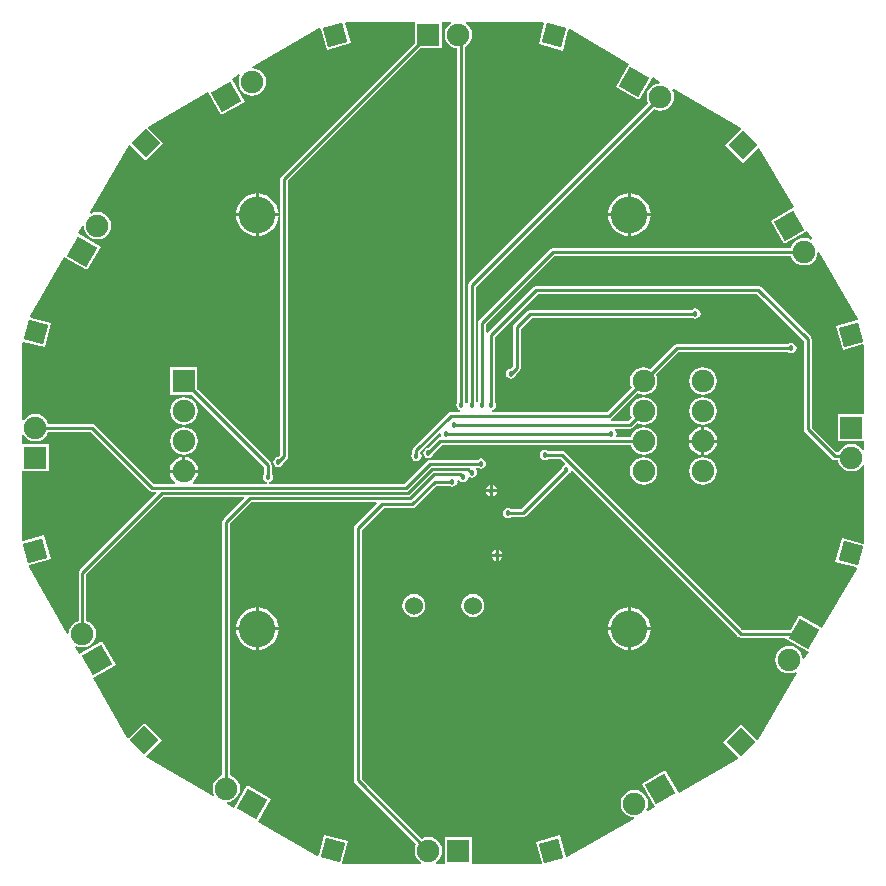
<source format=gbl>
G04*
G04 #@! TF.GenerationSoftware,Altium Limited,Altium Designer,20.2.4 (192)*
G04*
G04 Layer_Physical_Order=2*
G04 Layer_Color=16711680*
%FSLAX44Y44*%
%MOMM*%
G71*
G04*
G04 #@! TF.SameCoordinates,914F8371-8902-4B0D-8680-DBDBB12D949F*
G04*
G04*
G04 #@! TF.FilePolarity,Positive*
G04*
G01*
G75*
%ADD11C,0.2540*%
%ADD39C,1.9000*%
%ADD40P,2.6870X4X75.0*%
%ADD41P,2.6870X4X105.0*%
%ADD42R,1.9000X1.9000*%
%ADD43P,2.6870X4X165.0*%
%ADD44P,2.6870X4X195.0*%
%ADD45R,1.9000X1.9000*%
%ADD46C,1.5240*%
%ADD47P,2.4042X4X90.0*%
%ADD48P,2.4042X4X120.0*%
%ADD49P,2.4042X4X150.0*%
%ADD50P,2.4042X4X180.0*%
%ADD51P,2.4042X4X210.0*%
%ADD52P,2.4042X4X240.0*%
%ADD53C,1.9000*%
%ADD54O,1.9000X1.9000*%
%ADD55R,1.9000X1.9000*%
%ADD56C,3.1000*%
%ADD57C,0.4572*%
G36*
X963828Y1128683D02*
Y1110829D01*
X851059Y998061D01*
X850330Y996968D01*
X850073Y995680D01*
Y762124D01*
X847912Y759964D01*
X846675Y759717D01*
X845247Y758763D01*
X844293Y757335D01*
X843957Y755650D01*
X844293Y753965D01*
X845247Y752537D01*
X846675Y751582D01*
X848360Y751247D01*
X850045Y751582D01*
X851473Y752537D01*
X852428Y753965D01*
X852673Y755202D01*
X855821Y758349D01*
X856550Y759442D01*
X856807Y760730D01*
Y994286D01*
X968589Y1106068D01*
X986892D01*
Y1128683D01*
X994180D01*
X994605Y1127413D01*
X992535Y1125825D01*
X990687Y1123416D01*
X989525Y1120611D01*
X989128Y1117600D01*
X989525Y1114589D01*
X990687Y1111784D01*
X992535Y1109375D01*
X994944Y1107527D01*
X997749Y1106365D01*
X999545Y1106128D01*
Y806062D01*
X999232Y805595D01*
X998897Y803910D01*
X999232Y802225D01*
X1000187Y800797D01*
X1001615Y799843D01*
X1002550Y799657D01*
X1002424Y798387D01*
X994294D01*
X993006Y798130D01*
X991914Y797401D01*
X962819Y768306D01*
X962090Y767214D01*
X961833Y765926D01*
Y763464D01*
X961133Y762415D01*
X960797Y760730D01*
X961133Y759045D01*
X962087Y757617D01*
X963515Y756663D01*
X965200Y756327D01*
X966885Y756663D01*
X968313Y757617D01*
X969268Y759045D01*
X969603Y760730D01*
X969268Y762415D01*
X968567Y763464D01*
Y764531D01*
X984538Y780503D01*
X985709Y779877D01*
X985689Y779780D01*
X986004Y778197D01*
X985977Y777908D01*
X985322Y776861D01*
X984362Y776670D01*
X983269Y775941D01*
X974912Y767583D01*
X973675Y767337D01*
X972247Y766383D01*
X971292Y764955D01*
X970957Y763270D01*
X971292Y761585D01*
X972247Y760157D01*
X973675Y759202D01*
X975360Y758867D01*
X977045Y759202D01*
X978473Y760157D01*
X979427Y761585D01*
X979673Y762822D01*
X987045Y770193D01*
X1146683D01*
X1147697Y767744D01*
X1149545Y765335D01*
X1151954Y763487D01*
X1154760Y762325D01*
X1157770Y761928D01*
X1160781Y762325D01*
X1163586Y763487D01*
X1165995Y765335D01*
X1167843Y767744D01*
X1169005Y770549D01*
X1169402Y773560D01*
X1169005Y776571D01*
X1167843Y779376D01*
X1165995Y781785D01*
X1163586Y783633D01*
X1160781Y784795D01*
X1157770Y785191D01*
X1154760Y784795D01*
X1151954Y783633D01*
X1149545Y781785D01*
X1147697Y779376D01*
X1146683Y776927D01*
X1134934D01*
X1134416Y777895D01*
X1134388Y778197D01*
X1134703Y779780D01*
X1134368Y781465D01*
X1133500Y782763D01*
X1133649Y783357D01*
X1133993Y784033D01*
X1146210D01*
X1147498Y784290D01*
X1148591Y785019D01*
X1152311Y788739D01*
X1154760Y787725D01*
X1157770Y787328D01*
X1160781Y787725D01*
X1163586Y788887D01*
X1165995Y790735D01*
X1167843Y793144D01*
X1169005Y795949D01*
X1169402Y798960D01*
X1169005Y801971D01*
X1167843Y804776D01*
X1165995Y807185D01*
X1163586Y809033D01*
X1160781Y810195D01*
X1157770Y810592D01*
X1154760Y810195D01*
X1151954Y809033D01*
X1149545Y807185D01*
X1147697Y804776D01*
X1146535Y801971D01*
X1146139Y798960D01*
X1146535Y795949D01*
X1147549Y793501D01*
X1144816Y790767D01*
X1130120D01*
X1129959Y791226D01*
X1129909Y792037D01*
X1130811Y792639D01*
X1152311Y814139D01*
X1154760Y813125D01*
X1157770Y812729D01*
X1160781Y813125D01*
X1163586Y814287D01*
X1165995Y816135D01*
X1167843Y818544D01*
X1169005Y821349D01*
X1169402Y824360D01*
X1169005Y827371D01*
X1167991Y829819D01*
X1186975Y848803D01*
X1279966D01*
X1281015Y848102D01*
X1282700Y847767D01*
X1284385Y848102D01*
X1285813Y849057D01*
X1286767Y850485D01*
X1287103Y852170D01*
X1286767Y853855D01*
X1285813Y855283D01*
X1284385Y856237D01*
X1282700Y856573D01*
X1281015Y856237D01*
X1279966Y855537D01*
X1185580D01*
X1184292Y855280D01*
X1183199Y854551D01*
X1163230Y834581D01*
X1160781Y835595D01*
X1157770Y835992D01*
X1154760Y835595D01*
X1151954Y834433D01*
X1149545Y832585D01*
X1147697Y830176D01*
X1146535Y827371D01*
X1146139Y824360D01*
X1146535Y821349D01*
X1147549Y818901D01*
X1127036Y798387D01*
X1029068D01*
X1028942Y799657D01*
X1029877Y799843D01*
X1031305Y800797D01*
X1032260Y802225D01*
X1032595Y803910D01*
X1032260Y805595D01*
X1031559Y806644D01*
Y861697D01*
X1068195Y898333D01*
X1253365D01*
X1293303Y858395D01*
Y783590D01*
X1293560Y782302D01*
X1294289Y781209D01*
X1316931Y758567D01*
X1318024Y757838D01*
X1319312Y757581D01*
X1322116D01*
X1322265Y756450D01*
X1323427Y753644D01*
X1325275Y751235D01*
X1327684Y749387D01*
X1330490Y748225D01*
X1333500Y747829D01*
X1336510Y748225D01*
X1339316Y749387D01*
X1341725Y751235D01*
X1343313Y753305D01*
X1344583Y752880D01*
X1344583Y687456D01*
X1343576Y686683D01*
X1325493Y691528D01*
X1320041Y671182D01*
X1337564Y666487D01*
X1338050Y665313D01*
X1308934Y614884D01*
X1289349Y626191D01*
X1282198Y613805D01*
X1241346D01*
X1091028Y764123D01*
X1089936Y764853D01*
X1088648Y765109D01*
X1076739D01*
X1075690Y765810D01*
X1074005Y766145D01*
X1072320Y765810D01*
X1070892Y764856D01*
X1069938Y763427D01*
X1069603Y761742D01*
X1069938Y760058D01*
X1070892Y758629D01*
X1072320Y757675D01*
X1074005Y757340D01*
X1075690Y757675D01*
X1076739Y758376D01*
X1087253D01*
X1090900Y754728D01*
X1090672Y753483D01*
X1090485Y753347D01*
X1089087Y752413D01*
X1088132Y750985D01*
X1087887Y749748D01*
X1053976Y715837D01*
X1045404D01*
X1044355Y716537D01*
X1042670Y716873D01*
X1040985Y716537D01*
X1039557Y715583D01*
X1038603Y714155D01*
X1038267Y712470D01*
X1038603Y710785D01*
X1039557Y709357D01*
X1040985Y708402D01*
X1042670Y708067D01*
X1044355Y708402D01*
X1045404Y709103D01*
X1055370D01*
X1056658Y709360D01*
X1057751Y710089D01*
X1092648Y744986D01*
X1093885Y745232D01*
X1095313Y746187D01*
X1096247Y747585D01*
X1096383Y747772D01*
X1097628Y748000D01*
X1237571Y608058D01*
X1238663Y607328D01*
X1239951Y607072D01*
X1277324D01*
X1277817Y606217D01*
Y606217D01*
X1297402Y594910D01*
X1293758Y588598D01*
X1292446Y588865D01*
X1292105Y591452D01*
X1290943Y594257D01*
X1289095Y596666D01*
X1286686Y598515D01*
X1283880Y599677D01*
X1280870Y600073D01*
X1277859Y599677D01*
X1275054Y598515D01*
X1272645Y596666D01*
X1270797Y594257D01*
X1269635Y591452D01*
X1269238Y588441D01*
X1269635Y585431D01*
X1270797Y582626D01*
X1272645Y580217D01*
X1275054Y578368D01*
X1277859Y577206D01*
X1280870Y576810D01*
X1283880Y577206D01*
X1286291Y578205D01*
X1287178Y577201D01*
X1254466Y520543D01*
X1253207Y520377D01*
X1239969Y533615D01*
X1225075Y518720D01*
X1237903Y505892D01*
X1237737Y504633D01*
X1187307Y475518D01*
X1176000Y495103D01*
X1156025Y483571D01*
X1167333Y463986D01*
X1161021Y460342D01*
X1160018Y461229D01*
X1161017Y463640D01*
X1161413Y466650D01*
X1161017Y469661D01*
X1159855Y472466D01*
X1158006Y474875D01*
X1155597Y476723D01*
X1152792Y477885D01*
X1149781Y478282D01*
X1146771Y477885D01*
X1143966Y476723D01*
X1141557Y474875D01*
X1139708Y472466D01*
X1138546Y469661D01*
X1138150Y466650D01*
X1138546Y463640D01*
X1139708Y460834D01*
X1141557Y458425D01*
X1143966Y456577D01*
X1146771Y455415D01*
X1149358Y455074D01*
X1149625Y453762D01*
X1092966Y421050D01*
X1091793Y421536D01*
X1086947Y439619D01*
X1066601Y434167D01*
X1071296Y416644D01*
X1070523Y415637D01*
X1012292Y415637D01*
Y438252D01*
X989228D01*
Y415637D01*
X981940D01*
X981515Y416907D01*
X983585Y418495D01*
X985433Y420904D01*
X986595Y423709D01*
X986992Y426720D01*
X986595Y429730D01*
X985433Y432536D01*
X983585Y434945D01*
X981176Y436793D01*
X978370Y437955D01*
X975360Y438352D01*
X972349Y437955D01*
X969901Y436941D01*
X919037Y487804D01*
Y698375D01*
X937638Y716977D01*
X961876D01*
X963164Y717234D01*
X964256Y717963D01*
X982066Y735773D01*
X992946D01*
X993995Y735072D01*
X995680Y734737D01*
X997365Y735072D01*
X998793Y736027D01*
X999747Y737455D01*
X1000083Y739140D01*
X999950Y739806D01*
X1001146Y740302D01*
X1001457Y739837D01*
X1002885Y738883D01*
X1004570Y738547D01*
X1006255Y738883D01*
X1007683Y739837D01*
X1008637Y741265D01*
X1008839Y742278D01*
X1010176Y742912D01*
X1010505Y742692D01*
X1012190Y742357D01*
X1013875Y742692D01*
X1015303Y743647D01*
X1016257Y745075D01*
X1016593Y746760D01*
X1016257Y748445D01*
X1015390Y749743D01*
X1015539Y750337D01*
X1015883Y751013D01*
X1017076D01*
X1018125Y750312D01*
X1019810Y749977D01*
X1021495Y750312D01*
X1022923Y751267D01*
X1023877Y752695D01*
X1024213Y754380D01*
X1023877Y756065D01*
X1022923Y757493D01*
X1021495Y758447D01*
X1019810Y758783D01*
X1018125Y758447D01*
X1017076Y757747D01*
X976514D01*
X975226Y757490D01*
X974134Y756761D01*
X954800Y737427D01*
X840345D01*
X840220Y738697D01*
X841155Y738883D01*
X842583Y739837D01*
X843538Y741265D01*
X843873Y742950D01*
X843538Y744635D01*
X842837Y745684D01*
Y753240D01*
X842580Y754528D01*
X841851Y755621D01*
X779882Y817589D01*
Y835892D01*
X756818D01*
Y812828D01*
X775121D01*
X836103Y751845D01*
Y745684D01*
X835403Y744635D01*
X835067Y742950D01*
X835403Y741265D01*
X836357Y739837D01*
X837785Y738883D01*
X838720Y738697D01*
X838595Y737427D01*
X776226D01*
X775795Y738697D01*
X776937Y739573D01*
X778867Y742088D01*
X780080Y745017D01*
X780327Y746890D01*
X768350D01*
X756373D01*
X756620Y745017D01*
X757833Y742088D01*
X759763Y739573D01*
X760905Y738697D01*
X760474Y737427D01*
X742762D01*
X692948Y787241D01*
X691855Y787970D01*
X690567Y788227D01*
X653708D01*
X652693Y790676D01*
X650845Y793085D01*
X648436Y794933D01*
X645630Y796095D01*
X642620Y796491D01*
X639609Y796095D01*
X636804Y794933D01*
X634395Y793085D01*
X632807Y791015D01*
X631537Y791440D01*
X631537Y856864D01*
X632544Y857637D01*
X650627Y852792D01*
X656079Y873138D01*
X638556Y877833D01*
X638070Y879007D01*
X667186Y929436D01*
X686771Y918129D01*
X698303Y938102D01*
X678718Y949410D01*
X682362Y955722D01*
X683674Y955455D01*
X684015Y952868D01*
X685177Y950063D01*
X687026Y947654D01*
X689434Y945805D01*
X692240Y944643D01*
X695250Y944247D01*
X698261Y944643D01*
X701066Y945805D01*
X703475Y947654D01*
X705323Y950063D01*
X706485Y952868D01*
X706882Y955879D01*
X706485Y958889D01*
X705323Y961694D01*
X703475Y964103D01*
X701066Y965952D01*
X698261Y967114D01*
X695250Y967510D01*
X692240Y967114D01*
X689829Y966115D01*
X688942Y967119D01*
X721654Y1023777D01*
X722913Y1023943D01*
X736151Y1010705D01*
X751045Y1025600D01*
X738217Y1038428D01*
X738383Y1039687D01*
X788813Y1068802D01*
X800120Y1049217D01*
X820095Y1060749D01*
X808787Y1080334D01*
X815099Y1083978D01*
X816102Y1083091D01*
X815103Y1080680D01*
X814707Y1077670D01*
X815103Y1074659D01*
X816265Y1071854D01*
X818114Y1069445D01*
X820523Y1067597D01*
X823328Y1066435D01*
X826339Y1066038D01*
X829349Y1066435D01*
X832154Y1067597D01*
X834563Y1069445D01*
X836412Y1071854D01*
X837574Y1074659D01*
X837970Y1077670D01*
X837574Y1080680D01*
X836412Y1083486D01*
X834563Y1085895D01*
X832154Y1087743D01*
X829349Y1088905D01*
X826762Y1089246D01*
X826495Y1090558D01*
X883154Y1123270D01*
X884327Y1122784D01*
X889173Y1104701D01*
X909519Y1110153D01*
X904824Y1127676D01*
X905597Y1128683D01*
X963828Y1128683D01*
D02*
G37*
G36*
X1239677Y1038566D02*
X1239843Y1037307D01*
X1226605Y1024069D01*
X1241500Y1009175D01*
X1254327Y1022002D01*
X1255587Y1021837D01*
X1284702Y971407D01*
X1265117Y960099D01*
X1276649Y940126D01*
X1296234Y951433D01*
X1299878Y945121D01*
X1298991Y944118D01*
X1296580Y945117D01*
X1293570Y945513D01*
X1290559Y945117D01*
X1287754Y943955D01*
X1285345Y942106D01*
X1283497Y939697D01*
X1282482Y937248D01*
X1081201D01*
X1079913Y936992D01*
X1078821Y936262D01*
X1018558Y875999D01*
X1017828Y874907D01*
X1017572Y873619D01*
Y807251D01*
X1016646Y806827D01*
X1016184Y806849D01*
X1015557Y807483D01*
Y903987D01*
X1166319Y1054749D01*
X1168768Y1053735D01*
X1171778Y1053338D01*
X1174789Y1053735D01*
X1177594Y1054897D01*
X1180003Y1056745D01*
X1181852Y1059154D01*
X1183014Y1061959D01*
X1183410Y1064970D01*
X1183014Y1067980D01*
X1182015Y1070391D01*
X1183018Y1071278D01*
X1239677Y1038566D01*
D02*
G37*
G36*
X1339170Y877066D02*
X1338684Y875892D01*
X1320601Y871047D01*
X1326053Y850701D01*
X1343576Y855396D01*
X1344583Y854623D01*
X1344583Y796392D01*
X1321968D01*
Y773328D01*
X1344583D01*
Y766040D01*
X1343313Y765615D01*
X1341725Y767685D01*
X1339316Y769533D01*
X1336510Y770695D01*
X1333500Y771092D01*
X1330490Y770695D01*
X1327684Y769533D01*
X1325275Y767685D01*
X1323427Y765276D01*
X1323029Y764315D01*
X1320707D01*
X1300037Y784985D01*
Y859790D01*
X1299780Y861078D01*
X1299051Y862171D01*
X1257141Y904081D01*
X1256048Y904810D01*
X1254760Y905067D01*
X1066800D01*
X1065512Y904810D01*
X1064419Y904081D01*
X1025811Y865473D01*
X1025575Y865119D01*
X1024305Y865505D01*
Y872224D01*
X1082596Y930515D01*
X1282482D01*
X1283497Y928066D01*
X1285345Y925657D01*
X1287754Y923808D01*
X1290559Y922646D01*
X1293570Y922250D01*
X1296580Y922646D01*
X1299386Y923808D01*
X1301795Y925657D01*
X1303643Y928066D01*
X1304805Y930871D01*
X1305146Y933458D01*
X1306458Y933725D01*
X1339170Y877066D01*
D02*
G37*
G36*
X1072764Y1128683D02*
X1073537Y1127676D01*
X1068692Y1109593D01*
X1089038Y1104141D01*
X1093733Y1121664D01*
X1094906Y1122150D01*
X1145336Y1093034D01*
X1134028Y1073449D01*
X1154003Y1061917D01*
X1165310Y1081502D01*
X1171622Y1077858D01*
X1171355Y1076545D01*
X1168768Y1076205D01*
X1165963Y1075043D01*
X1163554Y1073195D01*
X1161705Y1070786D01*
X1160543Y1067980D01*
X1160147Y1064970D01*
X1160543Y1061959D01*
X1161558Y1059510D01*
X1009809Y907762D01*
X1009080Y906670D01*
X1008823Y905381D01*
Y806644D01*
X1008463Y806104D01*
X1007027D01*
X1006413Y807023D01*
X1006278Y807113D01*
Y1107403D01*
X1006576Y1107527D01*
X1008985Y1109375D01*
X1010833Y1111784D01*
X1011995Y1114589D01*
X1012392Y1117600D01*
X1011995Y1120611D01*
X1010833Y1123416D01*
X1008985Y1125825D01*
X1006915Y1127413D01*
X1007340Y1128683D01*
X1072764Y1128683D01*
D02*
G37*
G36*
X738987Y731679D02*
X740079Y730950D01*
X741367Y730693D01*
X744619D01*
X745105Y729520D01*
X680170Y664584D01*
X679440Y663492D01*
X679184Y662204D01*
Y621526D01*
X676734Y620512D01*
X674325Y618663D01*
X672477Y616254D01*
X671315Y613449D01*
X670974Y610862D01*
X669662Y610595D01*
X636950Y667254D01*
X637436Y668428D01*
X655519Y673273D01*
X650067Y693619D01*
X632544Y688924D01*
X631537Y689697D01*
X631537Y747928D01*
X654152D01*
Y770992D01*
X631537D01*
Y778280D01*
X632807Y778705D01*
X634395Y776635D01*
X636804Y774787D01*
X639609Y773625D01*
X642620Y773229D01*
X645630Y773625D01*
X648436Y774787D01*
X650845Y776635D01*
X652693Y779044D01*
X653708Y781493D01*
X689173D01*
X738987Y731679D01*
D02*
G37*
G36*
X819501Y724948D02*
X801961Y707408D01*
X801231Y706316D01*
X800975Y705027D01*
Y490438D01*
X798526Y489423D01*
X796117Y487575D01*
X794268Y485166D01*
X793106Y482361D01*
X792710Y479350D01*
X793106Y476340D01*
X794105Y473929D01*
X793102Y473042D01*
X736443Y505754D01*
X736277Y507013D01*
X749515Y520251D01*
X734620Y535145D01*
X721793Y522318D01*
X720533Y522483D01*
X691418Y572913D01*
X711003Y584221D01*
X699471Y604194D01*
X679886Y592887D01*
X676242Y599199D01*
X677129Y600202D01*
X679540Y599203D01*
X682550Y598807D01*
X685561Y599203D01*
X688366Y600365D01*
X690775Y602214D01*
X692623Y604623D01*
X693785Y607428D01*
X694182Y610439D01*
X693785Y613449D01*
X692623Y616254D01*
X690775Y618663D01*
X688366Y620512D01*
X685917Y621526D01*
Y660809D01*
X751229Y726121D01*
X819015D01*
X819501Y724948D01*
D02*
G37*
G36*
X931515Y720376D02*
X913289Y702151D01*
X912560Y701058D01*
X912303Y699770D01*
Y486410D01*
X912560Y485122D01*
X913289Y484029D01*
X965139Y432179D01*
X964125Y429730D01*
X963728Y426720D01*
X964125Y423709D01*
X965287Y420904D01*
X967135Y418495D01*
X969205Y416907D01*
X968780Y415637D01*
X903356Y415637D01*
X902583Y416644D01*
X907428Y434727D01*
X887082Y440179D01*
X882387Y422656D01*
X881214Y422170D01*
X830784Y451286D01*
X842092Y470871D01*
X822117Y482403D01*
X810810Y462818D01*
X804498Y466462D01*
X804765Y467775D01*
X807352Y468115D01*
X810157Y469277D01*
X812566Y471125D01*
X814415Y473535D01*
X815577Y476340D01*
X815973Y479350D01*
X815577Y482361D01*
X814415Y485166D01*
X812566Y487575D01*
X810157Y489423D01*
X807708Y490438D01*
Y703633D01*
X825624Y721549D01*
X931029D01*
X931515Y720376D01*
D02*
G37*
%LPC*%
G36*
X831850Y983202D02*
Y966470D01*
X848582D01*
X848359Y968736D01*
X847327Y972137D01*
X845652Y975271D01*
X843398Y978018D01*
X840651Y980272D01*
X837517Y981947D01*
X834117Y982979D01*
X831850Y983202D01*
D02*
G37*
G36*
X829310D02*
X827044Y982979D01*
X823643Y981947D01*
X820509Y980272D01*
X817762Y978018D01*
X815508Y975271D01*
X813833Y972137D01*
X812801Y968736D01*
X812578Y966470D01*
X829310D01*
Y983202D01*
D02*
G37*
G36*
X848582Y963930D02*
X831850D01*
Y947198D01*
X834117Y947421D01*
X837517Y948453D01*
X840651Y950128D01*
X843398Y952382D01*
X845652Y955129D01*
X847327Y958263D01*
X848359Y961664D01*
X848582Y963930D01*
D02*
G37*
G36*
X829310D02*
X812578D01*
X812801Y961664D01*
X813833Y958263D01*
X815508Y955129D01*
X817762Y952382D01*
X820509Y950128D01*
X823643Y948453D01*
X827044Y947421D01*
X829310Y947198D01*
Y963930D01*
D02*
G37*
G36*
X1201420Y885783D02*
X1199735Y885447D01*
X1198686Y884747D01*
X1061720D01*
X1060432Y884490D01*
X1059339Y883761D01*
X1047909Y872331D01*
X1047180Y871238D01*
X1046923Y869950D01*
Y837055D01*
X1044762Y834893D01*
X1043525Y834648D01*
X1042097Y833693D01*
X1041143Y832265D01*
X1040807Y830580D01*
X1041143Y828895D01*
X1042097Y827467D01*
X1043525Y826513D01*
X1045210Y826177D01*
X1046895Y826513D01*
X1048323Y827467D01*
X1049277Y828895D01*
X1049523Y830132D01*
X1052671Y833279D01*
X1053400Y834372D01*
X1053657Y835660D01*
Y868556D01*
X1063114Y878013D01*
X1198686D01*
X1199735Y877312D01*
X1201420Y876977D01*
X1203105Y877312D01*
X1204533Y878267D01*
X1205488Y879695D01*
X1205823Y881380D01*
X1205488Y883065D01*
X1204533Y884493D01*
X1203105Y885447D01*
X1201420Y885783D01*
D02*
G37*
G36*
X1207770Y835992D02*
X1204760Y835595D01*
X1201954Y834433D01*
X1199545Y832585D01*
X1197697Y830176D01*
X1196535Y827371D01*
X1196139Y824360D01*
X1196535Y821349D01*
X1197697Y818544D01*
X1199545Y816135D01*
X1201954Y814287D01*
X1204760Y813125D01*
X1207770Y812729D01*
X1210780Y813125D01*
X1213586Y814287D01*
X1215995Y816135D01*
X1217843Y818544D01*
X1219005Y821349D01*
X1219401Y824360D01*
X1219005Y827371D01*
X1217843Y830176D01*
X1215995Y832585D01*
X1213586Y834433D01*
X1210780Y835595D01*
X1207770Y835992D01*
D02*
G37*
G36*
Y810592D02*
X1204760Y810195D01*
X1201954Y809033D01*
X1199545Y807185D01*
X1197697Y804776D01*
X1196535Y801971D01*
X1196139Y798960D01*
X1196535Y795949D01*
X1197697Y793144D01*
X1199545Y790735D01*
X1201954Y788887D01*
X1204760Y787725D01*
X1207770Y787328D01*
X1210780Y787725D01*
X1213586Y788887D01*
X1215995Y790735D01*
X1217843Y793144D01*
X1219005Y795949D01*
X1219401Y798960D01*
X1219005Y801971D01*
X1217843Y804776D01*
X1215995Y807185D01*
X1213586Y809033D01*
X1210780Y810195D01*
X1207770Y810592D01*
D02*
G37*
G36*
X768350D02*
X765340Y810195D01*
X762534Y809033D01*
X760125Y807185D01*
X758277Y804776D01*
X757115Y801971D01*
X756719Y798960D01*
X757115Y795949D01*
X758277Y793144D01*
X760125Y790735D01*
X762534Y788887D01*
X765340Y787725D01*
X768350Y787328D01*
X771360Y787725D01*
X774166Y788887D01*
X776575Y790735D01*
X778423Y793144D01*
X779585Y795949D01*
X779982Y798960D01*
X779585Y801971D01*
X778423Y804776D01*
X776575Y807185D01*
X774166Y809033D01*
X771360Y810195D01*
X768350Y810592D01*
D02*
G37*
G36*
X1209040Y785537D02*
Y774830D01*
X1219747D01*
X1219500Y776703D01*
X1218287Y779632D01*
X1216357Y782147D01*
X1213842Y784077D01*
X1210913Y785290D01*
X1209040Y785537D01*
D02*
G37*
G36*
X1206500D02*
X1204627Y785290D01*
X1201698Y784077D01*
X1199183Y782147D01*
X1197253Y779632D01*
X1196040Y776703D01*
X1195793Y774830D01*
X1206500D01*
Y785537D01*
D02*
G37*
G36*
X768350Y785191D02*
X765340Y784795D01*
X762534Y783633D01*
X760125Y781785D01*
X758277Y779376D01*
X757115Y776571D01*
X756719Y773560D01*
X757115Y770549D01*
X758277Y767744D01*
X760125Y765335D01*
X762534Y763487D01*
X765340Y762325D01*
X768350Y761928D01*
X771360Y762325D01*
X774166Y763487D01*
X776575Y765335D01*
X778423Y767744D01*
X779585Y770549D01*
X779982Y773560D01*
X779585Y776571D01*
X778423Y779376D01*
X776575Y781785D01*
X774166Y783633D01*
X771360Y784795D01*
X768350Y785191D01*
D02*
G37*
G36*
X1219747Y772290D02*
X1209040D01*
Y761583D01*
X1210913Y761830D01*
X1213842Y763043D01*
X1216357Y764973D01*
X1218287Y767488D01*
X1219500Y770417D01*
X1219747Y772290D01*
D02*
G37*
G36*
X1206500D02*
X1195793D01*
X1196040Y770417D01*
X1197253Y767488D01*
X1199183Y764973D01*
X1201698Y763043D01*
X1204627Y761830D01*
X1206500Y761583D01*
Y772290D01*
D02*
G37*
G36*
X769620Y760137D02*
Y749430D01*
X780327D01*
X780080Y751303D01*
X778867Y754232D01*
X776937Y756747D01*
X774422Y758677D01*
X771493Y759890D01*
X769620Y760137D01*
D02*
G37*
G36*
X767080D02*
X765207Y759890D01*
X762278Y758677D01*
X759763Y756747D01*
X757833Y754232D01*
X756620Y751303D01*
X756373Y749430D01*
X767080D01*
Y760137D01*
D02*
G37*
G36*
X1207770Y759791D02*
X1204760Y759395D01*
X1201954Y758233D01*
X1199545Y756385D01*
X1197697Y753976D01*
X1196535Y751171D01*
X1196139Y748160D01*
X1196535Y745150D01*
X1197697Y742344D01*
X1199545Y739935D01*
X1201954Y738087D01*
X1204760Y736925D01*
X1207770Y736528D01*
X1210780Y736925D01*
X1213586Y738087D01*
X1215995Y739935D01*
X1217843Y742344D01*
X1219005Y745150D01*
X1219401Y748160D01*
X1219005Y751171D01*
X1217843Y753976D01*
X1215995Y756385D01*
X1213586Y758233D01*
X1210780Y759395D01*
X1207770Y759791D01*
D02*
G37*
G36*
X1157770D02*
X1154760Y759395D01*
X1151954Y758233D01*
X1149545Y756385D01*
X1147697Y753976D01*
X1146535Y751171D01*
X1146139Y748160D01*
X1146535Y745150D01*
X1147697Y742344D01*
X1149545Y739935D01*
X1151954Y738087D01*
X1154760Y736925D01*
X1157770Y736528D01*
X1160781Y736925D01*
X1163586Y738087D01*
X1165995Y739935D01*
X1167843Y742344D01*
X1169005Y745150D01*
X1169402Y748160D01*
X1169005Y751171D01*
X1167843Y753976D01*
X1165995Y756385D01*
X1163586Y758233D01*
X1160781Y759395D01*
X1157770Y759791D01*
D02*
G37*
G36*
X1029970Y736188D02*
Y732790D01*
X1033368D01*
X1033246Y733403D01*
X1032179Y734999D01*
X1030583Y736066D01*
X1029970Y736188D01*
D02*
G37*
G36*
X1027430D02*
X1026817Y736066D01*
X1025221Y734999D01*
X1024154Y733403D01*
X1024032Y732790D01*
X1027430D01*
Y736188D01*
D02*
G37*
G36*
X1033368Y730250D02*
X1029970D01*
Y726852D01*
X1030583Y726974D01*
X1032179Y728041D01*
X1033246Y729637D01*
X1033368Y730250D01*
D02*
G37*
G36*
X1027430D02*
X1024032D01*
X1024154Y729637D01*
X1025221Y728041D01*
X1026817Y726974D01*
X1027430Y726852D01*
Y730250D01*
D02*
G37*
G36*
X1034890Y681578D02*
Y678180D01*
X1038288D01*
X1038166Y678793D01*
X1037099Y680389D01*
X1035503Y681456D01*
X1034890Y681578D01*
D02*
G37*
G36*
X1032350D02*
X1031737Y681456D01*
X1030141Y680389D01*
X1029074Y678793D01*
X1028952Y678180D01*
X1032350D01*
Y681578D01*
D02*
G37*
G36*
X1038288Y675640D02*
X1034890D01*
Y672242D01*
X1035503Y672364D01*
X1037099Y673431D01*
X1038166Y675027D01*
X1038288Y675640D01*
D02*
G37*
G36*
X1032350D02*
X1028952D01*
X1029074Y675027D01*
X1030141Y673431D01*
X1031737Y672364D01*
X1032350Y672242D01*
Y675640D01*
D02*
G37*
G36*
X1013060Y644021D02*
X1010540Y643689D01*
X1008192Y642717D01*
X1006176Y641170D01*
X1004629Y639153D01*
X1003656Y636805D01*
X1003325Y634286D01*
X1003656Y631766D01*
X1004629Y629418D01*
X1006176Y627402D01*
X1008192Y625855D01*
X1010540Y624882D01*
X1013060Y624550D01*
X1015580Y624882D01*
X1017928Y625855D01*
X1019944Y627402D01*
X1021491Y629418D01*
X1022464Y631766D01*
X1022795Y634286D01*
X1022464Y636805D01*
X1021491Y639153D01*
X1019944Y641170D01*
X1017928Y642717D01*
X1015580Y643689D01*
X1013060Y644021D01*
D02*
G37*
G36*
X963060D02*
X960540Y643689D01*
X958192Y642717D01*
X956176Y641170D01*
X954629Y639153D01*
X953656Y636805D01*
X953325Y634286D01*
X953656Y631766D01*
X954629Y629418D01*
X956176Y627402D01*
X958192Y625855D01*
X960540Y624882D01*
X963060Y624550D01*
X965580Y624882D01*
X967928Y625855D01*
X969944Y627402D01*
X971491Y629418D01*
X972464Y631766D01*
X972795Y634286D01*
X972464Y636805D01*
X971491Y639153D01*
X969944Y641170D01*
X967928Y642717D01*
X965580Y643689D01*
X963060Y644021D01*
D02*
G37*
G36*
X1146810Y632682D02*
Y615950D01*
X1163542D01*
X1163319Y618217D01*
X1162287Y621617D01*
X1160612Y624751D01*
X1158358Y627498D01*
X1155611Y629752D01*
X1152477Y631427D01*
X1149077Y632459D01*
X1146810Y632682D01*
D02*
G37*
G36*
X1144270D02*
X1142003Y632459D01*
X1138603Y631427D01*
X1135469Y629752D01*
X1132722Y627498D01*
X1130468Y624751D01*
X1128793Y621617D01*
X1127761Y618217D01*
X1127538Y615950D01*
X1144270D01*
Y632682D01*
D02*
G37*
G36*
X1163542Y613410D02*
X1146810D01*
Y596678D01*
X1149077Y596901D01*
X1152477Y597933D01*
X1155611Y599608D01*
X1158358Y601862D01*
X1160612Y604609D01*
X1162287Y607743D01*
X1163319Y611143D01*
X1163542Y613410D01*
D02*
G37*
G36*
X1144270D02*
X1127538D01*
X1127761Y611143D01*
X1128793Y607743D01*
X1130468Y604609D01*
X1132722Y601862D01*
X1135469Y599608D01*
X1138603Y597933D01*
X1142003Y596901D01*
X1144270Y596678D01*
Y613410D01*
D02*
G37*
G36*
X1146810Y983202D02*
Y966470D01*
X1163542D01*
X1163319Y968736D01*
X1162287Y972137D01*
X1160612Y975271D01*
X1158358Y978018D01*
X1155611Y980272D01*
X1152477Y981947D01*
X1149077Y982979D01*
X1146810Y983202D01*
D02*
G37*
G36*
X1144270D02*
X1142003Y982979D01*
X1138603Y981947D01*
X1135469Y980272D01*
X1132722Y978018D01*
X1130468Y975271D01*
X1128793Y972137D01*
X1127761Y968736D01*
X1127538Y966470D01*
X1144270D01*
Y983202D01*
D02*
G37*
G36*
X1163542Y963930D02*
X1146810D01*
Y947198D01*
X1149077Y947421D01*
X1152477Y948453D01*
X1155611Y950128D01*
X1158358Y952382D01*
X1160612Y955129D01*
X1162287Y958263D01*
X1163319Y961664D01*
X1163542Y963930D01*
D02*
G37*
G36*
X1144270D02*
X1127538D01*
X1127761Y961664D01*
X1128793Y958263D01*
X1130468Y955129D01*
X1132722Y952382D01*
X1135469Y950128D01*
X1138603Y948453D01*
X1142003Y947421D01*
X1144270Y947198D01*
Y963930D01*
D02*
G37*
G36*
X831850Y632682D02*
Y615950D01*
X848582D01*
X848359Y618217D01*
X847327Y621617D01*
X845652Y624751D01*
X843398Y627498D01*
X840651Y629752D01*
X837517Y631427D01*
X834117Y632459D01*
X831850Y632682D01*
D02*
G37*
G36*
X829310D02*
X827044Y632459D01*
X823643Y631427D01*
X820509Y629752D01*
X817762Y627498D01*
X815508Y624751D01*
X813833Y621617D01*
X812801Y618217D01*
X812578Y615950D01*
X829310D01*
Y632682D01*
D02*
G37*
G36*
X848582Y613410D02*
X831850D01*
Y596678D01*
X834117Y596901D01*
X837517Y597933D01*
X840651Y599608D01*
X843398Y601862D01*
X845652Y604609D01*
X847327Y607743D01*
X848359Y611143D01*
X848582Y613410D01*
D02*
G37*
G36*
X829310D02*
X812578D01*
X812801Y611143D01*
X813833Y607743D01*
X815508Y604609D01*
X817762Y601862D01*
X820509Y599608D01*
X823643Y597933D01*
X827044Y596901D01*
X829310Y596678D01*
Y613410D01*
D02*
G37*
%LPD*%
D11*
X848360Y755650D02*
X853440Y760730D01*
Y995680D01*
X975360Y1117600D01*
X985650Y773560D02*
X1157770D01*
X975360Y763270D02*
X985650Y773560D01*
X1088648Y761742D02*
X1239951Y610438D01*
X1074005Y761742D02*
X1088648D01*
X1239951Y610438D02*
X1293570D01*
X839470Y742950D02*
Y753240D01*
X1055370Y712470D02*
X1092200Y749300D01*
X1042670Y712470D02*
X1055370D01*
X1020939Y873619D02*
X1081201Y933881D01*
X1020939Y804051D02*
Y873619D01*
X1028192Y803910D02*
Y863092D01*
X1066800Y901700D01*
X1045210Y830580D02*
X1050290Y835660D01*
Y869950D01*
X1061720Y881380D02*
X1201420D01*
X1050290Y869950D02*
X1061720Y881380D01*
X1157770Y824360D02*
X1185580Y852170D01*
X1282700D01*
X1296670Y783590D02*
Y859790D01*
X1319312Y760948D02*
X1332012D01*
X1296670Y783590D02*
X1319312Y760948D01*
X1332012D02*
X1333500Y759460D01*
X1066800Y901700D02*
X1254760D01*
X1296670Y859790D01*
X1002911Y804299D02*
Y1115449D01*
X1012190Y803910D02*
Y905381D01*
X1000760Y1117600D02*
X1002911Y1115449D01*
Y804299D02*
X1003300Y803910D01*
X1012190Y905381D02*
X1171779Y1064970D01*
X990092Y779780D02*
X1130300D01*
X996950Y787400D02*
X1146210D01*
X1128430Y795020D02*
X1157770Y824360D01*
X1146210Y787400D02*
X1157770Y798960D01*
X994294Y795020D02*
X1128430D01*
X965200Y765926D02*
X994294Y795020D01*
X1081201Y933881D02*
X1293570D01*
X965200Y760730D02*
Y765926D01*
X768350Y824360D02*
X839470Y753240D01*
X956194Y734060D02*
X976514Y754380D01*
X978408Y749808D02*
X1008592D01*
X961876Y720344D02*
X980671Y739140D01*
X995680D01*
X959982Y724916D02*
X980302Y745236D01*
X1004316Y742950D02*
X1004570D01*
X958088Y729488D02*
X978408Y749808D01*
X980302Y745236D02*
X1002030D01*
X1004316Y742950D01*
X976514Y754380D02*
X1019810D01*
X936244Y720344D02*
X961876D01*
X915670Y699770D02*
X936244Y720344D01*
X804341Y705027D02*
X824230Y724916D01*
X959982D01*
X741367Y734060D02*
X956194D01*
X690567Y784860D02*
X741367Y734060D01*
X682550Y662204D02*
X749835Y729488D01*
X958088D01*
X915670Y486410D02*
X975360Y426720D01*
X915670Y486410D02*
Y699770D01*
X1011640Y746760D02*
X1012190D01*
X1008592Y749808D02*
X1011640Y746760D01*
X804341Y479350D02*
Y705027D01*
X682550Y610439D02*
Y662204D01*
X642620Y784860D02*
X690567D01*
D39*
X826339Y1077670D02*
D03*
X695250Y955879D02*
D03*
X642620Y784860D02*
D03*
X682550Y610439D02*
D03*
X804341Y479350D02*
D03*
X975360Y426720D02*
D03*
X1149781Y466650D02*
D03*
X1280870Y588441D02*
D03*
X1333500Y759460D02*
D03*
X1293570Y933881D02*
D03*
X1171779Y1064970D02*
D03*
X1000760Y1117600D02*
D03*
X1207770Y798960D02*
D03*
Y824360D02*
D03*
X1157770Y798960D02*
D03*
Y824360D02*
D03*
Y773560D02*
D03*
Y748160D02*
D03*
X1207770Y773560D02*
D03*
Y748160D02*
D03*
D40*
X804342Y1064970D02*
D03*
X1171778Y479350D02*
D03*
D41*
X682550Y933882D02*
D03*
X1293570Y610438D02*
D03*
D42*
X642620Y759460D02*
D03*
X1333500Y784860D02*
D03*
D43*
X695250Y588442D02*
D03*
X1280870Y955879D02*
D03*
D44*
X826339Y466650D02*
D03*
X1149781Y1077670D02*
D03*
D45*
X1000760Y426720D02*
D03*
X975360Y1117600D02*
D03*
D46*
X1013060Y634286D02*
D03*
X963060D02*
D03*
D47*
X736151Y1025600D02*
D03*
X1239969Y518720D02*
D03*
D48*
X643180Y865691D02*
D03*
X1332940Y678629D02*
D03*
D49*
X642620Y680720D02*
D03*
X1333500Y863600D02*
D03*
D50*
X734620Y520251D02*
D03*
X1241500Y1024069D02*
D03*
D51*
X894529Y427280D02*
D03*
X1081591Y1117040D02*
D03*
D52*
X1079500Y426720D02*
D03*
X896620Y1117600D02*
D03*
D53*
X768350Y748160D02*
D03*
D54*
Y773560D02*
D03*
Y798960D02*
D03*
D55*
Y824360D02*
D03*
D56*
X1145540Y614680D02*
D03*
X830580D02*
D03*
Y965200D02*
D03*
X1145540D02*
D03*
D03*
D57*
X1028700Y731520D02*
D03*
X975360Y763270D02*
D03*
X1074005Y761742D02*
D03*
X1033620Y676910D02*
D03*
X848360Y755650D02*
D03*
X839470Y742950D02*
D03*
X1042670Y712470D02*
D03*
X1092200Y749300D02*
D03*
X1028192Y803910D02*
D03*
X1020939Y804051D02*
D03*
X1045210Y830580D02*
D03*
X1201420Y881380D02*
D03*
X1282700Y852170D02*
D03*
X1012190Y803910D02*
D03*
X1003300D02*
D03*
X990092Y779780D02*
D03*
X996950Y787400D02*
D03*
X1130300Y779780D02*
D03*
X965200Y760730D02*
D03*
X1012190Y746760D02*
D03*
X1019810Y754380D02*
D03*
X1004570Y742950D02*
D03*
X995680Y739140D02*
D03*
M02*

</source>
